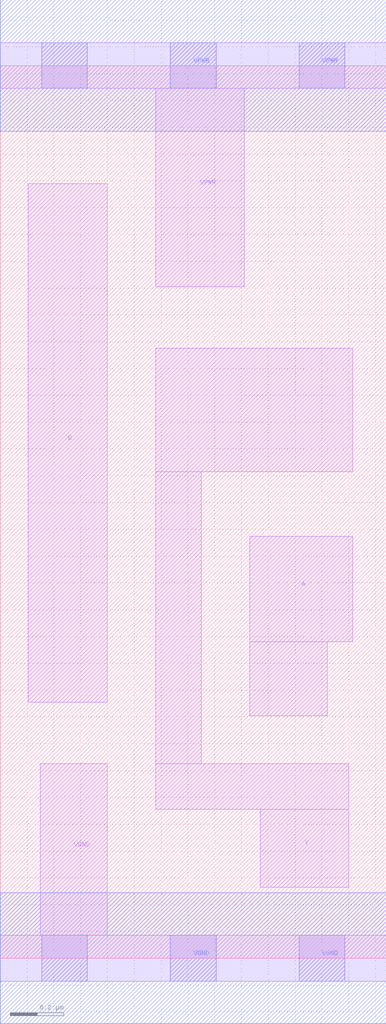
<source format=lef>
# Copyright 2020 The SkyWater PDK Authors
#
# Licensed under the Apache License, Version 2.0 (the "License");
# you may not use this file except in compliance with the License.
# You may obtain a copy of the License at
#
#     https://www.apache.org/licenses/LICENSE-2.0
#
# Unless required by applicable law or agreed to in writing, software
# distributed under the License is distributed on an "AS IS" BASIS,
# WITHOUT WARRANTIES OR CONDITIONS OF ANY KIND, either express or implied.
# See the License for the specific language governing permissions and
# limitations under the License.
#
# SPDX-License-Identifier: Apache-2.0

VERSION 5.7 ;
  NAMESCASESENSITIVE ON ;
  NOWIREEXTENSIONATPIN ON ;
  DIVIDERCHAR "/" ;
  BUSBITCHARS "[]" ;
UNITS
  DATABASE MICRONS 200 ;
END UNITS
MACRO sky130_fd_sc_lp__nand2_lp
  CLASS CORE ;
  SOURCE USER ;
  FOREIGN sky130_fd_sc_lp__nand2_lp ;
  ORIGIN  0.000000  0.000000 ;
  SIZE  1.440000 BY  3.330000 ;
  SYMMETRY X Y ;
  SITE unit ;
  PIN A
    ANTENNAGATEAREA  0.189000 ;
    USE SIGNAL ;
    PORT
      LAYER li1 ;
        RECT 0.930000 0.905000 1.220000 1.180000 ;
        RECT 0.930000 1.180000 1.315000 1.575000 ;
    END
  END A
  PIN B
    ANTENNAGATEAREA  0.189000 ;
    USE SIGNAL ;
    PORT
      LAYER li1 ;
        RECT 0.105000 0.955000 0.400000 2.890000 ;
    END
  END B
  PIN Y
    ANTENNADIFFAREA  0.237300 ;
    USE SIGNAL ;
    PORT
      LAYER li1 ;
        RECT 0.580000 0.555000 1.300000 0.725000 ;
        RECT 0.580000 0.725000 0.750000 1.815000 ;
        RECT 0.580000 1.815000 1.315000 2.275000 ;
        RECT 0.970000 0.265000 1.300000 0.555000 ;
    END
  END Y
  PIN VGND
    DIRECTION INOUT ;
    USE GROUND ;
    PORT
      LAYER li1 ;
        RECT 0.000000 -0.085000 1.440000 0.085000 ;
        RECT 0.150000  0.085000 0.400000 0.725000 ;
      LAYER mcon ;
        RECT 0.155000 -0.085000 0.325000 0.085000 ;
        RECT 0.635000 -0.085000 0.805000 0.085000 ;
        RECT 1.115000 -0.085000 1.285000 0.085000 ;
      LAYER met1 ;
        RECT 0.000000 -0.245000 1.440000 0.245000 ;
    END
  END VGND
  PIN VPWR
    DIRECTION INOUT ;
    USE POWER ;
    PORT
      LAYER li1 ;
        RECT 0.000000 3.245000 1.440000 3.415000 ;
        RECT 0.580000 2.505000 0.910000 3.245000 ;
      LAYER mcon ;
        RECT 0.155000 3.245000 0.325000 3.415000 ;
        RECT 0.635000 3.245000 0.805000 3.415000 ;
        RECT 1.115000 3.245000 1.285000 3.415000 ;
      LAYER met1 ;
        RECT 0.000000 3.085000 1.440000 3.575000 ;
    END
  END VPWR
END sky130_fd_sc_lp__nand2_lp

</source>
